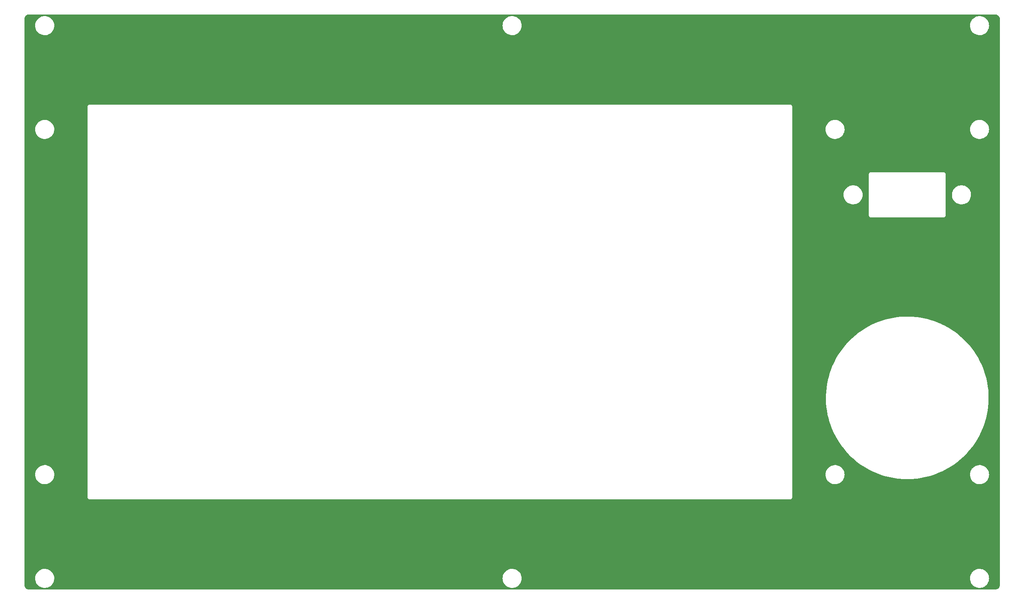
<source format=gbr>
%TF.GenerationSoftware,KiCad,Pcbnew,(5.99.0-9568-gb9d26a55f2)*%
%TF.CreationDate,2021-03-16T11:19:51+01:00*%
%TF.ProjectId,Controller Front,436f6e74-726f-46c6-9c65-722046726f6e,rev?*%
%TF.SameCoordinates,Original*%
%TF.FileFunction,Copper,L1,Top*%
%TF.FilePolarity,Positive*%
%FSLAX46Y46*%
G04 Gerber Fmt 4.6, Leading zero omitted, Abs format (unit mm)*
G04 Created by KiCad (PCBNEW (5.99.0-9568-gb9d26a55f2)) date 2021-03-16 11:19:51*
%MOMM*%
%LPD*%
G01*
G04 APERTURE LIST*
G04 APERTURE END LIST*
%TA.AperFunction,NonConductor*%
G36*
X247998163Y-43508607D02*
G01*
X248174740Y-43525999D01*
X248198957Y-43530815D01*
X248362809Y-43580518D01*
X248385629Y-43589971D01*
X248536631Y-43670683D01*
X248557158Y-43684399D01*
X248689521Y-43793026D01*
X248706974Y-43810479D01*
X248815601Y-43942842D01*
X248829317Y-43963369D01*
X248856190Y-44013644D01*
X248910029Y-44114371D01*
X248919482Y-44137190D01*
X248969185Y-44301043D01*
X248974001Y-44325260D01*
X248985495Y-44441950D01*
X248991393Y-44501837D01*
X248992000Y-44514187D01*
X248992000Y-169985813D01*
X248991393Y-169998163D01*
X248975927Y-170155196D01*
X248974002Y-170174737D01*
X248969185Y-170198957D01*
X248965309Y-170211736D01*
X248919482Y-170362809D01*
X248910029Y-170385629D01*
X248829319Y-170536628D01*
X248815601Y-170557158D01*
X248706974Y-170689521D01*
X248689521Y-170706974D01*
X248557158Y-170815601D01*
X248536631Y-170829317D01*
X248444417Y-170878607D01*
X248385629Y-170910029D01*
X248362810Y-170919482D01*
X248198957Y-170969185D01*
X248174740Y-170974001D01*
X247998163Y-170991393D01*
X247985813Y-170992000D01*
X34014187Y-170992000D01*
X34001837Y-170991393D01*
X33825260Y-170974001D01*
X33801043Y-170969185D01*
X33637190Y-170919482D01*
X33614371Y-170910029D01*
X33555583Y-170878607D01*
X33463369Y-170829317D01*
X33442842Y-170815601D01*
X33310479Y-170706974D01*
X33293026Y-170689521D01*
X33184399Y-170557158D01*
X33170681Y-170536628D01*
X33089971Y-170385629D01*
X33080518Y-170362809D01*
X33034691Y-170211736D01*
X33030815Y-170198957D01*
X33025998Y-170174737D01*
X33024074Y-170155196D01*
X33008607Y-169998163D01*
X33008000Y-169985813D01*
X33008000Y-168477873D01*
X35387116Y-168477873D01*
X35394235Y-168601331D01*
X35403662Y-168764829D01*
X35458999Y-169046885D01*
X35460386Y-169050936D01*
X35460387Y-169050940D01*
X35550714Y-169314765D01*
X35550718Y-169314774D01*
X35552103Y-169318820D01*
X35681252Y-169575605D01*
X35683678Y-169579134D01*
X35683681Y-169579140D01*
X35841625Y-169808948D01*
X35844056Y-169812485D01*
X36037501Y-170025079D01*
X36123666Y-170097124D01*
X36254718Y-170206701D01*
X36254723Y-170206705D01*
X36258010Y-170209453D01*
X36314632Y-170244972D01*
X36497860Y-170359911D01*
X36497864Y-170359913D01*
X36501500Y-170362194D01*
X36568928Y-170392639D01*
X36759555Y-170478711D01*
X36759559Y-170478713D01*
X36763467Y-170480477D01*
X36767587Y-170481697D01*
X36767586Y-170481697D01*
X37034950Y-170560894D01*
X37034954Y-170560895D01*
X37039063Y-170562112D01*
X37043297Y-170562760D01*
X37043302Y-170562761D01*
X37318947Y-170604940D01*
X37318949Y-170604940D01*
X37323189Y-170605589D01*
X37469499Y-170607888D01*
X37606295Y-170610037D01*
X37606301Y-170610037D01*
X37610586Y-170610104D01*
X37895937Y-170575573D01*
X38173961Y-170502635D01*
X38177921Y-170500995D01*
X38177926Y-170500993D01*
X38306737Y-170447637D01*
X38439514Y-170392639D01*
X38687682Y-170247621D01*
X38913873Y-170070265D01*
X38957662Y-170025079D01*
X39110918Y-169866930D01*
X39113901Y-169863852D01*
X39116434Y-169860404D01*
X39116438Y-169860399D01*
X39281527Y-169635657D01*
X39284065Y-169632202D01*
X39316875Y-169571774D01*
X39419166Y-169383377D01*
X39419167Y-169383375D01*
X39421216Y-169379601D01*
X39522816Y-169110724D01*
X39586985Y-168830546D01*
X39597470Y-168713075D01*
X39612317Y-168546716D01*
X39612537Y-168544251D01*
X39613000Y-168500000D01*
X39611492Y-168477873D01*
X138887116Y-168477873D01*
X138894235Y-168601331D01*
X138903662Y-168764829D01*
X138958999Y-169046885D01*
X138960386Y-169050936D01*
X138960387Y-169050940D01*
X139050714Y-169314765D01*
X139050718Y-169314774D01*
X139052103Y-169318820D01*
X139181252Y-169575605D01*
X139183678Y-169579134D01*
X139183681Y-169579140D01*
X139341625Y-169808948D01*
X139344056Y-169812485D01*
X139537501Y-170025079D01*
X139623666Y-170097124D01*
X139754718Y-170206701D01*
X139754723Y-170206705D01*
X139758010Y-170209453D01*
X139814632Y-170244972D01*
X139997860Y-170359911D01*
X139997864Y-170359913D01*
X140001500Y-170362194D01*
X140068928Y-170392639D01*
X140259555Y-170478711D01*
X140259559Y-170478713D01*
X140263467Y-170480477D01*
X140267587Y-170481697D01*
X140267586Y-170481697D01*
X140534950Y-170560894D01*
X140534954Y-170560895D01*
X140539063Y-170562112D01*
X140543297Y-170562760D01*
X140543302Y-170562761D01*
X140818947Y-170604940D01*
X140818949Y-170604940D01*
X140823189Y-170605589D01*
X140969499Y-170607888D01*
X141106295Y-170610037D01*
X141106301Y-170610037D01*
X141110586Y-170610104D01*
X141395937Y-170575573D01*
X141673961Y-170502635D01*
X141677921Y-170500995D01*
X141677926Y-170500993D01*
X141806738Y-170447637D01*
X141939514Y-170392639D01*
X142187682Y-170247621D01*
X142413873Y-170070265D01*
X142457662Y-170025079D01*
X142610918Y-169866930D01*
X142613901Y-169863852D01*
X142616434Y-169860404D01*
X142616438Y-169860399D01*
X142781527Y-169635657D01*
X142784065Y-169632202D01*
X142816875Y-169571774D01*
X142919166Y-169383377D01*
X142919167Y-169383375D01*
X142921216Y-169379601D01*
X143022816Y-169110724D01*
X143086985Y-168830546D01*
X143097470Y-168713075D01*
X143112317Y-168546716D01*
X143112537Y-168544251D01*
X143113000Y-168500000D01*
X143111492Y-168477873D01*
X242387116Y-168477873D01*
X242394235Y-168601331D01*
X242403662Y-168764829D01*
X242458999Y-169046885D01*
X242460386Y-169050936D01*
X242460387Y-169050940D01*
X242550714Y-169314765D01*
X242550718Y-169314774D01*
X242552103Y-169318820D01*
X242681252Y-169575605D01*
X242683678Y-169579134D01*
X242683681Y-169579140D01*
X242841625Y-169808948D01*
X242844056Y-169812485D01*
X243037501Y-170025079D01*
X243123666Y-170097124D01*
X243254718Y-170206701D01*
X243254723Y-170206705D01*
X243258010Y-170209453D01*
X243314632Y-170244972D01*
X243497860Y-170359911D01*
X243497864Y-170359913D01*
X243501500Y-170362194D01*
X243568928Y-170392639D01*
X243759555Y-170478711D01*
X243759559Y-170478713D01*
X243763467Y-170480477D01*
X243767587Y-170481697D01*
X243767586Y-170481697D01*
X244034950Y-170560894D01*
X244034954Y-170560895D01*
X244039063Y-170562112D01*
X244043297Y-170562760D01*
X244043302Y-170562761D01*
X244318947Y-170604940D01*
X244318949Y-170604940D01*
X244323189Y-170605589D01*
X244469499Y-170607888D01*
X244606295Y-170610037D01*
X244606301Y-170610037D01*
X244610586Y-170610104D01*
X244895937Y-170575573D01*
X245173961Y-170502635D01*
X245177921Y-170500995D01*
X245177926Y-170500993D01*
X245306738Y-170447637D01*
X245439514Y-170392639D01*
X245687682Y-170247621D01*
X245913873Y-170070265D01*
X245957662Y-170025079D01*
X246110918Y-169866930D01*
X246113901Y-169863852D01*
X246116434Y-169860404D01*
X246116438Y-169860399D01*
X246281527Y-169635657D01*
X246284065Y-169632202D01*
X246316875Y-169571774D01*
X246419166Y-169383377D01*
X246419167Y-169383375D01*
X246421216Y-169379601D01*
X246522816Y-169110724D01*
X246586985Y-168830546D01*
X246597470Y-168713075D01*
X246612317Y-168546716D01*
X246612537Y-168544251D01*
X246613000Y-168500000D01*
X246611492Y-168477873D01*
X246593742Y-168217510D01*
X246593741Y-168217504D01*
X246593450Y-168213233D01*
X246535163Y-167931772D01*
X246439216Y-167660827D01*
X246381505Y-167549014D01*
X246309350Y-167409216D01*
X246309350Y-167409215D01*
X246307385Y-167405409D01*
X246142109Y-167170246D01*
X245946448Y-166959689D01*
X245724021Y-166777635D01*
X245673659Y-166746773D01*
X245482595Y-166629688D01*
X245482587Y-166629684D01*
X245478945Y-166627452D01*
X245475028Y-166625733D01*
X245475025Y-166625731D01*
X245359089Y-166574839D01*
X245215753Y-166511919D01*
X245211625Y-166510743D01*
X245211622Y-166510742D01*
X244943445Y-166434350D01*
X244943446Y-166434350D01*
X244939317Y-166433174D01*
X244727073Y-166402968D01*
X244659004Y-166393280D01*
X244659002Y-166393280D01*
X244654752Y-166392675D01*
X244503235Y-166391882D01*
X244371610Y-166391192D01*
X244371604Y-166391192D01*
X244367324Y-166391170D01*
X244363080Y-166391729D01*
X244363076Y-166391729D01*
X244238051Y-166408189D01*
X244082350Y-166428687D01*
X244078210Y-166429820D01*
X244078208Y-166429820D01*
X243809250Y-166503399D01*
X243805105Y-166504533D01*
X243540718Y-166617303D01*
X243391841Y-166706404D01*
X243297764Y-166762708D01*
X243297760Y-166762711D01*
X243294082Y-166764912D01*
X243069761Y-166944627D01*
X242871906Y-167153123D01*
X242704177Y-167386542D01*
X242569678Y-167640565D01*
X242470899Y-167910492D01*
X242469986Y-167914678D01*
X242469986Y-167914679D01*
X242410581Y-168187137D01*
X242410580Y-168187145D01*
X242409668Y-168191327D01*
X242387116Y-168477873D01*
X143111492Y-168477873D01*
X143093742Y-168217510D01*
X143093741Y-168217504D01*
X143093450Y-168213233D01*
X143035163Y-167931772D01*
X142939216Y-167660827D01*
X142881505Y-167549014D01*
X142809350Y-167409216D01*
X142809350Y-167409215D01*
X142807385Y-167405409D01*
X142642109Y-167170246D01*
X142446448Y-166959689D01*
X142224021Y-166777635D01*
X142173659Y-166746773D01*
X141982595Y-166629688D01*
X141982587Y-166629684D01*
X141978945Y-166627452D01*
X141975028Y-166625733D01*
X141975025Y-166625731D01*
X141859089Y-166574839D01*
X141715753Y-166511919D01*
X141711625Y-166510743D01*
X141711622Y-166510742D01*
X141443445Y-166434350D01*
X141443446Y-166434350D01*
X141439317Y-166433174D01*
X141227073Y-166402968D01*
X141159004Y-166393280D01*
X141159002Y-166393280D01*
X141154752Y-166392675D01*
X141003235Y-166391882D01*
X140871610Y-166391192D01*
X140871604Y-166391192D01*
X140867324Y-166391170D01*
X140863080Y-166391729D01*
X140863076Y-166391729D01*
X140738051Y-166408189D01*
X140582350Y-166428687D01*
X140578210Y-166429820D01*
X140578208Y-166429820D01*
X140309250Y-166503399D01*
X140305105Y-166504533D01*
X140040718Y-166617303D01*
X139891841Y-166706404D01*
X139797764Y-166762708D01*
X139797760Y-166762711D01*
X139794082Y-166764912D01*
X139569761Y-166944627D01*
X139371906Y-167153123D01*
X139204177Y-167386542D01*
X139069678Y-167640565D01*
X138970899Y-167910492D01*
X138969986Y-167914678D01*
X138969986Y-167914679D01*
X138910581Y-168187137D01*
X138910580Y-168187145D01*
X138909668Y-168191327D01*
X138887116Y-168477873D01*
X39611492Y-168477873D01*
X39593742Y-168217510D01*
X39593741Y-168217504D01*
X39593450Y-168213233D01*
X39535163Y-167931772D01*
X39439216Y-167660827D01*
X39381505Y-167549014D01*
X39309350Y-167409216D01*
X39309350Y-167409215D01*
X39307385Y-167405409D01*
X39142109Y-167170246D01*
X38946448Y-166959689D01*
X38724021Y-166777635D01*
X38673659Y-166746773D01*
X38482595Y-166629688D01*
X38482587Y-166629684D01*
X38478945Y-166627452D01*
X38475028Y-166625733D01*
X38475025Y-166625731D01*
X38359089Y-166574839D01*
X38215753Y-166511919D01*
X38211625Y-166510743D01*
X38211622Y-166510742D01*
X37943445Y-166434350D01*
X37943446Y-166434350D01*
X37939317Y-166433174D01*
X37727073Y-166402968D01*
X37659004Y-166393280D01*
X37659002Y-166393280D01*
X37654752Y-166392675D01*
X37503235Y-166391882D01*
X37371610Y-166391192D01*
X37371604Y-166391192D01*
X37367324Y-166391170D01*
X37363080Y-166391729D01*
X37363076Y-166391729D01*
X37238051Y-166408189D01*
X37082350Y-166428687D01*
X37078210Y-166429820D01*
X37078208Y-166429820D01*
X36809250Y-166503399D01*
X36805105Y-166504533D01*
X36540718Y-166617303D01*
X36391841Y-166706404D01*
X36297764Y-166762708D01*
X36297760Y-166762711D01*
X36294082Y-166764912D01*
X36069761Y-166944627D01*
X35871906Y-167153123D01*
X35704177Y-167386542D01*
X35569678Y-167640565D01*
X35470899Y-167910492D01*
X35469986Y-167914678D01*
X35469986Y-167914679D01*
X35410581Y-168187137D01*
X35410580Y-168187145D01*
X35409668Y-168191327D01*
X35387116Y-168477873D01*
X33008000Y-168477873D01*
X33008000Y-145477873D01*
X35387116Y-145477873D01*
X35394235Y-145601331D01*
X35403662Y-145764829D01*
X35458999Y-146046885D01*
X35460386Y-146050936D01*
X35460387Y-146050940D01*
X35550714Y-146314765D01*
X35550718Y-146314774D01*
X35552103Y-146318820D01*
X35681252Y-146575605D01*
X35683678Y-146579134D01*
X35683681Y-146579140D01*
X35841625Y-146808948D01*
X35844056Y-146812485D01*
X36037501Y-147025079D01*
X36123666Y-147097124D01*
X36254718Y-147206701D01*
X36254723Y-147206705D01*
X36258010Y-147209453D01*
X36314632Y-147244972D01*
X36497860Y-147359911D01*
X36497864Y-147359913D01*
X36501500Y-147362194D01*
X36568928Y-147392639D01*
X36759555Y-147478711D01*
X36759559Y-147478713D01*
X36763467Y-147480477D01*
X36767587Y-147481697D01*
X36767586Y-147481697D01*
X37034950Y-147560894D01*
X37034954Y-147560895D01*
X37039063Y-147562112D01*
X37043297Y-147562760D01*
X37043302Y-147562761D01*
X37318947Y-147604940D01*
X37318949Y-147604940D01*
X37323189Y-147605589D01*
X37469499Y-147607888D01*
X37606295Y-147610037D01*
X37606301Y-147610037D01*
X37610586Y-147610104D01*
X37895937Y-147575573D01*
X38173961Y-147502635D01*
X38177921Y-147500995D01*
X38177926Y-147500993D01*
X38306738Y-147447637D01*
X38439514Y-147392639D01*
X38687682Y-147247621D01*
X38913873Y-147070265D01*
X38957662Y-147025079D01*
X39110918Y-146866930D01*
X39113901Y-146863852D01*
X39116434Y-146860404D01*
X39116438Y-146860399D01*
X39281527Y-146635657D01*
X39284065Y-146632202D01*
X39316875Y-146571774D01*
X39419166Y-146383377D01*
X39419167Y-146383375D01*
X39421216Y-146379601D01*
X39522816Y-146110724D01*
X39586985Y-145830546D01*
X39589911Y-145797770D01*
X39612317Y-145546716D01*
X39612537Y-145544251D01*
X39613000Y-145500000D01*
X39612831Y-145497519D01*
X39593742Y-145217510D01*
X39593741Y-145217504D01*
X39593450Y-145213233D01*
X39535163Y-144931772D01*
X39439216Y-144660827D01*
X39381498Y-144549001D01*
X39309350Y-144409216D01*
X39309350Y-144409215D01*
X39307385Y-144405409D01*
X39235700Y-144303411D01*
X39144576Y-144173756D01*
X39144575Y-144173755D01*
X39142109Y-144170246D01*
X38946448Y-143959689D01*
X38724021Y-143777635D01*
X38611822Y-143708879D01*
X38482595Y-143629688D01*
X38482587Y-143629684D01*
X38478945Y-143627452D01*
X38475028Y-143625733D01*
X38475025Y-143625731D01*
X38359089Y-143574839D01*
X38215753Y-143511919D01*
X38211625Y-143510743D01*
X38211622Y-143510742D01*
X37943445Y-143434350D01*
X37943446Y-143434350D01*
X37939317Y-143433174D01*
X37727073Y-143402968D01*
X37659004Y-143393280D01*
X37659002Y-143393280D01*
X37654752Y-143392675D01*
X37503235Y-143391882D01*
X37371610Y-143391192D01*
X37371604Y-143391192D01*
X37367324Y-143391170D01*
X37363080Y-143391729D01*
X37363076Y-143391729D01*
X37238051Y-143408189D01*
X37082350Y-143428687D01*
X37078210Y-143429820D01*
X37078208Y-143429820D01*
X36809250Y-143503399D01*
X36805105Y-143504533D01*
X36540718Y-143617303D01*
X36391841Y-143706404D01*
X36297764Y-143762708D01*
X36297760Y-143762711D01*
X36294082Y-143764912D01*
X36069761Y-143944627D01*
X36055468Y-143959689D01*
X35878774Y-144145886D01*
X35871906Y-144153123D01*
X35704177Y-144386542D01*
X35569678Y-144640565D01*
X35470899Y-144910492D01*
X35469986Y-144914678D01*
X35469986Y-144914679D01*
X35410581Y-145187137D01*
X35410580Y-145187145D01*
X35409668Y-145191327D01*
X35387116Y-145477873D01*
X33008000Y-145477873D01*
X33008000Y-68977873D01*
X35387116Y-68977873D01*
X35394235Y-69101331D01*
X35403662Y-69264829D01*
X35458999Y-69546885D01*
X35460386Y-69550936D01*
X35460387Y-69550940D01*
X35550714Y-69814765D01*
X35550718Y-69814774D01*
X35552103Y-69818820D01*
X35681252Y-70075605D01*
X35683678Y-70079134D01*
X35683681Y-70079140D01*
X35841625Y-70308948D01*
X35844056Y-70312485D01*
X36037501Y-70525079D01*
X36123666Y-70597124D01*
X36254718Y-70706701D01*
X36254723Y-70706705D01*
X36258010Y-70709453D01*
X36314632Y-70744972D01*
X36497860Y-70859911D01*
X36497864Y-70859913D01*
X36501500Y-70862194D01*
X36568928Y-70892639D01*
X36759555Y-70978711D01*
X36759559Y-70978713D01*
X36763467Y-70980477D01*
X36767587Y-70981697D01*
X36767586Y-70981697D01*
X37034950Y-71060894D01*
X37034954Y-71060895D01*
X37039063Y-71062112D01*
X37043297Y-71062760D01*
X37043302Y-71062761D01*
X37318947Y-71104940D01*
X37318949Y-71104940D01*
X37323189Y-71105589D01*
X37469499Y-71107888D01*
X37606295Y-71110037D01*
X37606301Y-71110037D01*
X37610586Y-71110104D01*
X37895937Y-71075573D01*
X38173961Y-71002635D01*
X38177921Y-71000995D01*
X38177926Y-71000993D01*
X38306737Y-70947637D01*
X38439514Y-70892639D01*
X38687682Y-70747621D01*
X38913873Y-70570265D01*
X38957662Y-70525079D01*
X39110918Y-70366930D01*
X39113901Y-70363852D01*
X39116434Y-70360404D01*
X39116438Y-70360399D01*
X39281527Y-70135657D01*
X39284065Y-70132202D01*
X39316875Y-70071774D01*
X39419166Y-69883377D01*
X39419167Y-69883375D01*
X39421216Y-69879601D01*
X39522816Y-69610724D01*
X39586985Y-69330546D01*
X39597470Y-69213075D01*
X39612317Y-69046716D01*
X39612537Y-69044251D01*
X39613000Y-69000000D01*
X39611492Y-68977873D01*
X39593742Y-68717510D01*
X39593741Y-68717504D01*
X39593450Y-68713233D01*
X39535163Y-68431772D01*
X39439216Y-68160827D01*
X39381505Y-68049014D01*
X39309350Y-67909216D01*
X39309350Y-67909215D01*
X39307385Y-67905409D01*
X39142109Y-67670246D01*
X38946448Y-67459689D01*
X38724021Y-67277635D01*
X38673659Y-67246773D01*
X38482595Y-67129688D01*
X38482587Y-67129684D01*
X38478945Y-67127452D01*
X38475028Y-67125733D01*
X38475025Y-67125731D01*
X38359089Y-67074839D01*
X38215753Y-67011919D01*
X38211625Y-67010743D01*
X38211622Y-67010742D01*
X37943445Y-66934350D01*
X37943446Y-66934350D01*
X37939317Y-66933174D01*
X37727073Y-66902968D01*
X37659004Y-66893280D01*
X37659002Y-66893280D01*
X37654752Y-66892675D01*
X37503235Y-66891882D01*
X37371610Y-66891192D01*
X37371604Y-66891192D01*
X37367324Y-66891170D01*
X37363080Y-66891729D01*
X37363076Y-66891729D01*
X37238051Y-66908189D01*
X37082350Y-66928687D01*
X37078210Y-66929820D01*
X37078208Y-66929820D01*
X36809250Y-67003399D01*
X36805105Y-67004533D01*
X36540718Y-67117303D01*
X36391841Y-67206404D01*
X36297764Y-67262708D01*
X36297760Y-67262711D01*
X36294082Y-67264912D01*
X36069761Y-67444627D01*
X35871906Y-67653123D01*
X35704177Y-67886542D01*
X35569678Y-68140565D01*
X35470899Y-68410492D01*
X35469986Y-68414678D01*
X35469986Y-68414679D01*
X35410581Y-68687137D01*
X35410580Y-68687145D01*
X35409668Y-68691327D01*
X35387116Y-68977873D01*
X33008000Y-68977873D01*
X33008000Y-64069622D01*
X46991746Y-64069622D01*
X46991984Y-64070454D01*
X46992000Y-64070692D01*
X46992000Y-150527622D01*
X46991998Y-150528392D01*
X46991746Y-150569622D01*
X46994212Y-150578250D01*
X46994212Y-150578251D01*
X46999859Y-150598013D01*
X47003436Y-150614770D01*
X47004303Y-150620820D01*
X47007620Y-150643982D01*
X47011335Y-150652152D01*
X47011336Y-150652156D01*
X47018224Y-150667305D01*
X47024673Y-150684833D01*
X47029248Y-150700842D01*
X47029251Y-150700849D01*
X47031716Y-150709474D01*
X47047472Y-150734445D01*
X47055605Y-150749519D01*
X47067822Y-150776389D01*
X47084550Y-150795803D01*
X47095654Y-150810810D01*
X47109331Y-150832486D01*
X47121344Y-150843095D01*
X47131453Y-150852023D01*
X47143500Y-150864219D01*
X47156905Y-150879777D01*
X47156909Y-150879780D01*
X47162766Y-150886578D01*
X47170295Y-150891458D01*
X47170296Y-150891459D01*
X47184271Y-150900517D01*
X47199145Y-150911807D01*
X47218351Y-150928769D01*
X47245077Y-150941317D01*
X47260048Y-150949633D01*
X47284821Y-150965690D01*
X47293425Y-150968263D01*
X47293427Y-150968264D01*
X47309377Y-150973034D01*
X47326822Y-150979696D01*
X47341887Y-150986769D01*
X47341889Y-150986769D01*
X47350013Y-150990584D01*
X47358877Y-150991964D01*
X47358886Y-150991967D01*
X47379180Y-150995127D01*
X47395891Y-150998908D01*
X47415572Y-151004793D01*
X47415575Y-151004793D01*
X47424174Y-151007365D01*
X47433146Y-151007420D01*
X47433147Y-151007420D01*
X47456998Y-151007566D01*
X47459838Y-151007684D01*
X47461865Y-151008000D01*
X47527622Y-151008000D01*
X47528392Y-151008002D01*
X47569622Y-151008254D01*
X47570454Y-151008016D01*
X47570692Y-151008000D01*
X202527622Y-151008000D01*
X202528392Y-151008002D01*
X202569622Y-151008254D01*
X202578251Y-151005788D01*
X202598013Y-151000141D01*
X202614770Y-150996564D01*
X202635097Y-150993653D01*
X202635100Y-150993652D01*
X202643982Y-150992380D01*
X202652152Y-150988665D01*
X202652156Y-150988664D01*
X202667305Y-150981776D01*
X202684833Y-150975327D01*
X202700842Y-150970752D01*
X202700849Y-150970749D01*
X202709474Y-150968284D01*
X202734445Y-150952528D01*
X202749519Y-150944395D01*
X202776389Y-150932178D01*
X202795803Y-150915450D01*
X202810810Y-150904346D01*
X202832486Y-150890669D01*
X202852026Y-150868544D01*
X202864219Y-150856500D01*
X202879777Y-150843095D01*
X202879780Y-150843091D01*
X202886578Y-150837234D01*
X202900517Y-150815729D01*
X202911807Y-150800855D01*
X202922826Y-150788378D01*
X202928769Y-150781649D01*
X202941317Y-150754923D01*
X202949633Y-150739952D01*
X202965690Y-150715179D01*
X202968264Y-150706573D01*
X202973034Y-150690623D01*
X202979696Y-150673178D01*
X202986769Y-150658113D01*
X202986769Y-150658111D01*
X202990584Y-150649987D01*
X202991964Y-150641123D01*
X202991967Y-150641114D01*
X202995127Y-150620820D01*
X202998908Y-150604109D01*
X203004793Y-150584428D01*
X203004793Y-150584425D01*
X203007365Y-150575826D01*
X203007566Y-150543002D01*
X203007684Y-150540162D01*
X203008000Y-150538135D01*
X203008000Y-150472378D01*
X203008002Y-150471608D01*
X203008239Y-150432817D01*
X203008254Y-150430378D01*
X203008016Y-150429546D01*
X203008000Y-150429308D01*
X203008000Y-145477873D01*
X210387116Y-145477873D01*
X210394235Y-145601331D01*
X210403662Y-145764829D01*
X210458999Y-146046885D01*
X210460386Y-146050936D01*
X210460387Y-146050940D01*
X210550714Y-146314765D01*
X210550718Y-146314774D01*
X210552103Y-146318820D01*
X210681252Y-146575605D01*
X210683678Y-146579134D01*
X210683681Y-146579140D01*
X210841625Y-146808948D01*
X210844056Y-146812485D01*
X211037501Y-147025079D01*
X211123666Y-147097124D01*
X211254718Y-147206701D01*
X211254723Y-147206705D01*
X211258010Y-147209453D01*
X211314632Y-147244972D01*
X211497860Y-147359911D01*
X211497864Y-147359913D01*
X211501500Y-147362194D01*
X211568928Y-147392639D01*
X211759555Y-147478711D01*
X211759559Y-147478713D01*
X211763467Y-147480477D01*
X211767587Y-147481697D01*
X211767586Y-147481697D01*
X212034950Y-147560894D01*
X212034954Y-147560895D01*
X212039063Y-147562112D01*
X212043297Y-147562760D01*
X212043302Y-147562761D01*
X212318947Y-147604940D01*
X212318949Y-147604940D01*
X212323189Y-147605589D01*
X212469499Y-147607888D01*
X212606295Y-147610037D01*
X212606301Y-147610037D01*
X212610586Y-147610104D01*
X212895937Y-147575573D01*
X213173961Y-147502635D01*
X213177921Y-147500995D01*
X213177926Y-147500993D01*
X213306738Y-147447637D01*
X213439514Y-147392639D01*
X213687682Y-147247621D01*
X213913873Y-147070265D01*
X213957662Y-147025079D01*
X214110918Y-146866930D01*
X214113901Y-146863852D01*
X214116434Y-146860404D01*
X214116438Y-146860399D01*
X214281527Y-146635657D01*
X214284065Y-146632202D01*
X214316875Y-146571774D01*
X214419166Y-146383377D01*
X214419167Y-146383375D01*
X214421216Y-146379601D01*
X214522816Y-146110724D01*
X214586985Y-145830546D01*
X214589911Y-145797770D01*
X214612317Y-145546716D01*
X214612537Y-145544251D01*
X214613000Y-145500000D01*
X214612831Y-145497519D01*
X214593742Y-145217510D01*
X214593741Y-145217504D01*
X214593450Y-145213233D01*
X214535163Y-144931772D01*
X214439216Y-144660827D01*
X214381498Y-144549001D01*
X214309350Y-144409216D01*
X214309350Y-144409215D01*
X214307385Y-144405409D01*
X214235700Y-144303411D01*
X214144576Y-144173756D01*
X214144575Y-144173755D01*
X214142109Y-144170246D01*
X213946448Y-143959689D01*
X213724021Y-143777635D01*
X213611822Y-143708879D01*
X213482595Y-143629688D01*
X213482587Y-143629684D01*
X213478945Y-143627452D01*
X213475028Y-143625733D01*
X213475025Y-143625731D01*
X213359089Y-143574839D01*
X213215753Y-143511919D01*
X213211625Y-143510743D01*
X213211622Y-143510742D01*
X212943445Y-143434350D01*
X212943446Y-143434350D01*
X212939317Y-143433174D01*
X212727073Y-143402968D01*
X212659004Y-143393280D01*
X212659002Y-143393280D01*
X212654752Y-143392675D01*
X212503235Y-143391882D01*
X212371610Y-143391192D01*
X212371604Y-143391192D01*
X212367324Y-143391170D01*
X212363080Y-143391729D01*
X212363076Y-143391729D01*
X212238051Y-143408189D01*
X212082350Y-143428687D01*
X212078210Y-143429820D01*
X212078208Y-143429820D01*
X211809250Y-143503399D01*
X211805105Y-143504533D01*
X211540718Y-143617303D01*
X211391841Y-143706404D01*
X211297764Y-143762708D01*
X211297760Y-143762711D01*
X211294082Y-143764912D01*
X211069761Y-143944627D01*
X211055468Y-143959689D01*
X210878774Y-144145886D01*
X210871906Y-144153123D01*
X210704177Y-144386542D01*
X210569678Y-144640565D01*
X210470899Y-144910492D01*
X210469986Y-144914678D01*
X210469986Y-144914679D01*
X210410581Y-145187137D01*
X210410580Y-145187145D01*
X210409668Y-145191327D01*
X210387116Y-145477873D01*
X203008000Y-145477873D01*
X203008000Y-128782936D01*
X210489222Y-128782936D01*
X210522545Y-129631046D01*
X210595781Y-130476644D01*
X210708770Y-131317854D01*
X210861260Y-132152808D01*
X211052912Y-132979651D01*
X211283300Y-133796548D01*
X211551915Y-134601686D01*
X211858158Y-135393277D01*
X212201350Y-136169562D01*
X212580730Y-136928820D01*
X212995454Y-137669363D01*
X213444602Y-138389548D01*
X213927177Y-139087776D01*
X213928068Y-139088944D01*
X213928080Y-139088960D01*
X214441215Y-139761328D01*
X214441228Y-139761344D01*
X214442107Y-139762496D01*
X214988249Y-140412211D01*
X215564391Y-141035477D01*
X215565438Y-141036508D01*
X215565448Y-141036518D01*
X216168200Y-141629876D01*
X216168213Y-141629888D01*
X216169253Y-141630912D01*
X216801492Y-142197193D01*
X217459705Y-142733062D01*
X218142430Y-143237331D01*
X218848152Y-143708879D01*
X218849446Y-143709658D01*
X219574018Y-144145886D01*
X219574038Y-144145897D01*
X219575303Y-144146659D01*
X219576612Y-144147365D01*
X219576615Y-144147367D01*
X220320971Y-144549001D01*
X220320983Y-144549007D01*
X220322269Y-144549701D01*
X220813276Y-144785479D01*
X221086044Y-144916460D01*
X221086054Y-144916465D01*
X221087392Y-144917107D01*
X221868972Y-145248064D01*
X222665276Y-145541836D01*
X223474533Y-145797770D01*
X223475961Y-145798149D01*
X223475976Y-145798153D01*
X224293541Y-146014926D01*
X224293554Y-146014929D01*
X224294949Y-146015299D01*
X225124700Y-146193940D01*
X225961946Y-146333296D01*
X225963415Y-146333470D01*
X225963423Y-146333471D01*
X226385076Y-146383377D01*
X226804827Y-146433058D01*
X227306983Y-146468612D01*
X227649970Y-146492897D01*
X227649985Y-146492898D01*
X227651472Y-146493003D01*
X228500000Y-146513000D01*
X229348528Y-146493003D01*
X229350015Y-146492898D01*
X229350030Y-146492897D01*
X229693017Y-146468612D01*
X230195173Y-146433058D01*
X230614924Y-146383377D01*
X231036577Y-146333471D01*
X231036585Y-146333470D01*
X231038054Y-146333296D01*
X231875300Y-146193940D01*
X232705051Y-146015299D01*
X232706446Y-146014929D01*
X232706459Y-146014926D01*
X233524024Y-145798153D01*
X233524039Y-145798149D01*
X233525467Y-145797770D01*
X234334724Y-145541836D01*
X234508103Y-145477873D01*
X242387116Y-145477873D01*
X242394235Y-145601331D01*
X242403662Y-145764829D01*
X242458999Y-146046885D01*
X242460386Y-146050936D01*
X242460387Y-146050940D01*
X242550714Y-146314765D01*
X242550718Y-146314774D01*
X242552103Y-146318820D01*
X242681252Y-146575605D01*
X242683678Y-146579134D01*
X242683681Y-146579140D01*
X242841625Y-146808948D01*
X242844056Y-146812485D01*
X243037501Y-147025079D01*
X243123666Y-147097124D01*
X243254718Y-147206701D01*
X243254723Y-147206705D01*
X243258010Y-147209453D01*
X243314632Y-147244972D01*
X243497860Y-147359911D01*
X243497864Y-147359913D01*
X243501500Y-147362194D01*
X243568928Y-147392639D01*
X243759555Y-147478711D01*
X243759559Y-147478713D01*
X243763467Y-147480477D01*
X243767587Y-147481697D01*
X243767586Y-147481697D01*
X244034950Y-147560894D01*
X244034954Y-147560895D01*
X244039063Y-147562112D01*
X244043297Y-147562760D01*
X244043302Y-147562761D01*
X244318947Y-147604940D01*
X244318949Y-147604940D01*
X244323189Y-147605589D01*
X244469499Y-147607888D01*
X244606295Y-147610037D01*
X244606301Y-147610037D01*
X244610586Y-147610104D01*
X244895937Y-147575573D01*
X245173961Y-147502635D01*
X245177921Y-147500995D01*
X245177926Y-147500993D01*
X245306738Y-147447637D01*
X245439514Y-147392639D01*
X245687682Y-147247621D01*
X245913873Y-147070265D01*
X245957662Y-147025079D01*
X246110918Y-146866930D01*
X246113901Y-146863852D01*
X246116434Y-146860404D01*
X246116438Y-146860399D01*
X246281527Y-146635657D01*
X246284065Y-146632202D01*
X246316875Y-146571774D01*
X246419166Y-146383377D01*
X246419167Y-146383375D01*
X246421216Y-146379601D01*
X246522816Y-146110724D01*
X246586985Y-145830546D01*
X246589911Y-145797770D01*
X246612317Y-145546716D01*
X246612537Y-145544251D01*
X246613000Y-145500000D01*
X246612831Y-145497519D01*
X246593742Y-145217510D01*
X246593741Y-145217504D01*
X246593450Y-145213233D01*
X246535163Y-144931772D01*
X246439216Y-144660827D01*
X246381498Y-144549001D01*
X246309350Y-144409216D01*
X246309350Y-144409215D01*
X246307385Y-144405409D01*
X246235700Y-144303411D01*
X246144576Y-144173756D01*
X246144575Y-144173755D01*
X246142109Y-144170246D01*
X245946448Y-143959689D01*
X245724021Y-143777635D01*
X245611822Y-143708879D01*
X245482595Y-143629688D01*
X245482587Y-143629684D01*
X245478945Y-143627452D01*
X245475028Y-143625733D01*
X245475025Y-143625731D01*
X245359089Y-143574839D01*
X245215753Y-143511919D01*
X245211625Y-143510743D01*
X245211622Y-143510742D01*
X244943445Y-143434350D01*
X244943446Y-143434350D01*
X244939317Y-143433174D01*
X244727073Y-143402968D01*
X244659004Y-143393280D01*
X244659002Y-143393280D01*
X244654752Y-143392675D01*
X244503235Y-143391882D01*
X244371610Y-143391192D01*
X244371604Y-143391192D01*
X244367324Y-143391170D01*
X244363080Y-143391729D01*
X244363076Y-143391729D01*
X244238051Y-143408189D01*
X244082350Y-143428687D01*
X244078210Y-143429820D01*
X244078208Y-143429820D01*
X243809250Y-143503399D01*
X243805105Y-143504533D01*
X243540718Y-143617303D01*
X243391841Y-143706404D01*
X243297764Y-143762708D01*
X243297760Y-143762711D01*
X243294082Y-143764912D01*
X243069761Y-143944627D01*
X243055468Y-143959689D01*
X242878774Y-144145886D01*
X242871906Y-144153123D01*
X242704177Y-144386542D01*
X242569678Y-144640565D01*
X242470899Y-144910492D01*
X242469986Y-144914678D01*
X242469986Y-144914679D01*
X242410581Y-145187137D01*
X242410580Y-145187145D01*
X242409668Y-145191327D01*
X242387116Y-145477873D01*
X234508103Y-145477873D01*
X235131028Y-145248064D01*
X235912608Y-144917107D01*
X235913946Y-144916465D01*
X235913956Y-144916460D01*
X236186724Y-144785479D01*
X236677731Y-144549701D01*
X236679017Y-144549007D01*
X236679029Y-144549001D01*
X237423385Y-144147367D01*
X237423388Y-144147365D01*
X237424697Y-144146659D01*
X237425962Y-144145897D01*
X237425982Y-144145886D01*
X238150554Y-143709658D01*
X238151848Y-143708879D01*
X238857570Y-143237331D01*
X239540295Y-142733062D01*
X240198508Y-142197193D01*
X240830747Y-141630912D01*
X240831787Y-141629888D01*
X240831800Y-141629876D01*
X241434552Y-141036518D01*
X241434562Y-141036508D01*
X241435609Y-141035477D01*
X242011751Y-140412211D01*
X242557893Y-139762496D01*
X242558772Y-139761344D01*
X242558785Y-139761328D01*
X243071920Y-139088960D01*
X243071932Y-139088944D01*
X243072823Y-139087776D01*
X243555398Y-138389548D01*
X244004546Y-137669363D01*
X244419270Y-136928820D01*
X244798650Y-136169562D01*
X245141842Y-135393277D01*
X245448085Y-134601686D01*
X245716700Y-133796548D01*
X245947088Y-132979651D01*
X246138740Y-132152808D01*
X246291230Y-131317854D01*
X246404219Y-130476644D01*
X246477455Y-129631046D01*
X246510778Y-128782936D01*
X246510904Y-128766977D01*
X246512992Y-128500987D01*
X246513000Y-128500000D01*
X246493003Y-127651472D01*
X246433058Y-126804827D01*
X246333296Y-125961946D01*
X246193940Y-125124700D01*
X246015299Y-124294949D01*
X245872927Y-123757988D01*
X245798153Y-123475976D01*
X245798149Y-123475961D01*
X245797770Y-123474533D01*
X245541836Y-122665276D01*
X245248064Y-121868972D01*
X244917107Y-121087392D01*
X244549701Y-120322269D01*
X244146659Y-119575303D01*
X244145897Y-119574038D01*
X244145886Y-119574018D01*
X243709658Y-118849446D01*
X243708879Y-118848152D01*
X243237331Y-118142430D01*
X242733062Y-117459705D01*
X242197193Y-116801492D01*
X241630912Y-116169253D01*
X241629888Y-116168213D01*
X241629876Y-116168200D01*
X241036518Y-115565448D01*
X241036508Y-115565438D01*
X241035477Y-115564391D01*
X240412211Y-114988249D01*
X239762496Y-114442107D01*
X239761344Y-114441228D01*
X239761328Y-114441215D01*
X239088960Y-113928080D01*
X239088944Y-113928068D01*
X239087776Y-113927177D01*
X238389548Y-113444602D01*
X237669363Y-112995454D01*
X237668079Y-112994735D01*
X237668069Y-112994729D01*
X237167510Y-112714403D01*
X236928820Y-112580730D01*
X236169562Y-112201350D01*
X236168237Y-112200764D01*
X236168228Y-112200760D01*
X235885092Y-112075587D01*
X235393277Y-111858158D01*
X235391896Y-111857624D01*
X235391887Y-111857620D01*
X234603067Y-111552449D01*
X234603057Y-111552445D01*
X234601686Y-111551915D01*
X234053725Y-111369101D01*
X233797945Y-111283766D01*
X233797942Y-111283765D01*
X233796548Y-111283300D01*
X233235498Y-111125068D01*
X232981088Y-111053317D01*
X232981077Y-111053314D01*
X232979651Y-111052912D01*
X232152808Y-110861260D01*
X232151365Y-110860997D01*
X232151358Y-110860995D01*
X231319310Y-110709036D01*
X231317854Y-110708770D01*
X230725890Y-110629259D01*
X230478098Y-110595976D01*
X230478086Y-110595975D01*
X230476644Y-110595781D01*
X229631046Y-110522545D01*
X229629573Y-110522487D01*
X229629571Y-110522487D01*
X229368838Y-110512243D01*
X228782936Y-110489222D01*
X228523550Y-110491259D01*
X227935676Y-110495876D01*
X227935659Y-110495877D01*
X227934198Y-110495888D01*
X227173731Y-110537739D01*
X227088169Y-110542448D01*
X227088167Y-110542448D01*
X227086716Y-110542528D01*
X226242372Y-110629038D01*
X225803742Y-110694983D01*
X225404475Y-110755010D01*
X225404458Y-110755013D01*
X225403041Y-110755226D01*
X225401629Y-110755507D01*
X225401611Y-110755510D01*
X224572043Y-110920521D01*
X224572036Y-110920523D01*
X224570586Y-110920811D01*
X223746855Y-111125427D01*
X222933677Y-111368619D01*
X222132858Y-111649847D01*
X222131489Y-111650401D01*
X222131485Y-111650403D01*
X221347557Y-111967926D01*
X221347549Y-111967930D01*
X221346175Y-111968486D01*
X221344828Y-111969107D01*
X221344821Y-111969110D01*
X220576705Y-112323216D01*
X220576694Y-112323221D01*
X220575376Y-112323829D01*
X219822171Y-112715088D01*
X219820887Y-112715834D01*
X219820883Y-112715836D01*
X219089496Y-113140659D01*
X219089484Y-113140667D01*
X219088233Y-113141393D01*
X219087029Y-113142171D01*
X219087015Y-113142179D01*
X218618645Y-113444602D01*
X218375192Y-113601798D01*
X218373993Y-113602655D01*
X218373978Y-113602665D01*
X218370130Y-113605415D01*
X217684630Y-114095280D01*
X217018082Y-114620745D01*
X217016989Y-114621694D01*
X217016969Y-114621710D01*
X216870122Y-114749138D01*
X216377026Y-115177025D01*
X216375968Y-115178034D01*
X216375954Y-115178047D01*
X216316227Y-115235024D01*
X215762886Y-115762886D01*
X215761892Y-115763928D01*
X215178047Y-116375954D01*
X215178034Y-116375968D01*
X215177025Y-116377026D01*
X215006640Y-116573378D01*
X214621710Y-117016969D01*
X214621694Y-117016989D01*
X214620745Y-117018082D01*
X214095280Y-117684630D01*
X214094432Y-117685817D01*
X213602665Y-118373978D01*
X213602655Y-118373993D01*
X213601798Y-118375192D01*
X213141393Y-119088233D01*
X213140667Y-119089484D01*
X213140659Y-119089496D01*
X212715836Y-119820883D01*
X212715088Y-119822171D01*
X212323829Y-120575376D01*
X212323221Y-120576694D01*
X212323216Y-120576705D01*
X212087150Y-121088772D01*
X211968486Y-121346175D01*
X211967930Y-121347549D01*
X211967926Y-121347557D01*
X211756732Y-121868972D01*
X211649847Y-122132858D01*
X211368619Y-122933677D01*
X211125427Y-123746855D01*
X210920811Y-124570586D01*
X210920523Y-124572036D01*
X210920521Y-124572043D01*
X210810874Y-125123281D01*
X210755226Y-125403041D01*
X210629038Y-126242372D01*
X210542528Y-127086716D01*
X210495888Y-127934198D01*
X210489347Y-128766977D01*
X210489222Y-128782936D01*
X203008000Y-128782936D01*
X203008000Y-83477873D01*
X214387116Y-83477873D01*
X214394235Y-83601331D01*
X214403662Y-83764829D01*
X214458999Y-84046885D01*
X214460386Y-84050936D01*
X214460387Y-84050940D01*
X214550714Y-84314765D01*
X214550718Y-84314774D01*
X214552103Y-84318820D01*
X214681252Y-84575605D01*
X214683678Y-84579134D01*
X214683681Y-84579140D01*
X214841625Y-84808948D01*
X214844056Y-84812485D01*
X215037501Y-85025079D01*
X215123666Y-85097124D01*
X215254718Y-85206701D01*
X215254723Y-85206705D01*
X215258010Y-85209453D01*
X215314632Y-85244972D01*
X215497860Y-85359911D01*
X215497864Y-85359913D01*
X215501500Y-85362194D01*
X215568928Y-85392639D01*
X215759555Y-85478711D01*
X215759559Y-85478713D01*
X215763467Y-85480477D01*
X215767587Y-85481697D01*
X215767586Y-85481697D01*
X216034950Y-85560894D01*
X216034954Y-85560895D01*
X216039063Y-85562112D01*
X216043297Y-85562760D01*
X216043302Y-85562761D01*
X216318947Y-85604940D01*
X216318949Y-85604940D01*
X216323189Y-85605589D01*
X216469499Y-85607888D01*
X216606295Y-85610037D01*
X216606301Y-85610037D01*
X216610586Y-85610104D01*
X216895937Y-85575573D01*
X217173961Y-85502635D01*
X217177921Y-85500995D01*
X217177926Y-85500993D01*
X217306738Y-85447637D01*
X217439514Y-85392639D01*
X217687682Y-85247621D01*
X217913873Y-85070265D01*
X217957662Y-85025079D01*
X218110918Y-84866930D01*
X218113901Y-84863852D01*
X218116434Y-84860404D01*
X218116438Y-84860399D01*
X218281527Y-84635657D01*
X218284065Y-84632202D01*
X218316875Y-84571774D01*
X218419166Y-84383377D01*
X218419167Y-84383375D01*
X218421216Y-84379601D01*
X218522816Y-84110724D01*
X218586985Y-83830546D01*
X218597470Y-83713075D01*
X218612317Y-83546716D01*
X218612537Y-83544251D01*
X218613000Y-83500000D01*
X218611492Y-83477873D01*
X218593742Y-83217510D01*
X218593741Y-83217504D01*
X218593450Y-83213233D01*
X218535163Y-82931772D01*
X218439216Y-82660827D01*
X218381505Y-82549014D01*
X218309350Y-82409216D01*
X218309350Y-82409215D01*
X218307385Y-82405409D01*
X218142109Y-82170246D01*
X217946448Y-81959689D01*
X217724021Y-81777635D01*
X217673659Y-81746773D01*
X217482595Y-81629688D01*
X217482587Y-81629684D01*
X217478945Y-81627452D01*
X217475028Y-81625733D01*
X217475025Y-81625731D01*
X217359089Y-81574839D01*
X217215753Y-81511919D01*
X217211625Y-81510743D01*
X217211622Y-81510742D01*
X216943445Y-81434350D01*
X216943446Y-81434350D01*
X216939317Y-81433174D01*
X216727073Y-81402968D01*
X216659004Y-81393280D01*
X216659002Y-81393280D01*
X216654752Y-81392675D01*
X216503235Y-81391882D01*
X216371610Y-81391192D01*
X216371604Y-81391192D01*
X216367324Y-81391170D01*
X216363080Y-81391729D01*
X216363076Y-81391729D01*
X216238051Y-81408189D01*
X216082350Y-81428687D01*
X216078210Y-81429820D01*
X216078208Y-81429820D01*
X215809250Y-81503399D01*
X215805105Y-81504533D01*
X215540718Y-81617303D01*
X215391841Y-81706404D01*
X215297764Y-81762708D01*
X215297760Y-81762711D01*
X215294082Y-81764912D01*
X215069761Y-81944627D01*
X214871906Y-82153123D01*
X214704177Y-82386542D01*
X214569678Y-82640565D01*
X214470899Y-82910492D01*
X214469986Y-82914678D01*
X214469986Y-82914679D01*
X214410581Y-83187137D01*
X214410580Y-83187145D01*
X214409668Y-83191327D01*
X214387116Y-83477873D01*
X203008000Y-83477873D01*
X203008000Y-79069622D01*
X219991746Y-79069622D01*
X219991984Y-79070454D01*
X219992000Y-79070692D01*
X219992000Y-88027622D01*
X219991998Y-88028392D01*
X219991746Y-88069622D01*
X219994212Y-88078250D01*
X219994212Y-88078251D01*
X219999859Y-88098013D01*
X220003436Y-88114770D01*
X220004303Y-88120820D01*
X220007620Y-88143982D01*
X220011335Y-88152152D01*
X220011336Y-88152156D01*
X220018224Y-88167305D01*
X220024673Y-88184833D01*
X220029248Y-88200842D01*
X220029251Y-88200849D01*
X220031716Y-88209474D01*
X220047472Y-88234445D01*
X220055605Y-88249519D01*
X220067822Y-88276389D01*
X220084550Y-88295803D01*
X220095654Y-88310810D01*
X220109331Y-88332486D01*
X220121344Y-88343095D01*
X220131453Y-88352023D01*
X220143500Y-88364219D01*
X220156905Y-88379777D01*
X220156909Y-88379780D01*
X220162766Y-88386578D01*
X220170295Y-88391458D01*
X220170296Y-88391459D01*
X220184271Y-88400517D01*
X220199145Y-88411807D01*
X220218351Y-88428769D01*
X220245077Y-88441317D01*
X220260048Y-88449633D01*
X220284821Y-88465690D01*
X220293425Y-88468263D01*
X220293427Y-88468264D01*
X220309377Y-88473034D01*
X220326822Y-88479696D01*
X220341887Y-88486769D01*
X220341889Y-88486769D01*
X220350013Y-88490584D01*
X220358877Y-88491964D01*
X220358886Y-88491967D01*
X220379180Y-88495127D01*
X220395891Y-88498908D01*
X220415572Y-88504793D01*
X220415575Y-88504793D01*
X220424174Y-88507365D01*
X220433146Y-88507420D01*
X220433147Y-88507420D01*
X220456998Y-88507566D01*
X220459838Y-88507684D01*
X220461865Y-88508000D01*
X220527622Y-88508000D01*
X220528392Y-88508002D01*
X220569622Y-88508254D01*
X220570454Y-88508016D01*
X220570692Y-88508000D01*
X236527622Y-88508000D01*
X236528392Y-88508002D01*
X236569622Y-88508254D01*
X236578251Y-88505788D01*
X236598013Y-88500141D01*
X236614770Y-88496564D01*
X236635097Y-88493653D01*
X236635100Y-88493652D01*
X236643982Y-88492380D01*
X236652152Y-88488665D01*
X236652156Y-88488664D01*
X236667305Y-88481776D01*
X236684833Y-88475327D01*
X236700842Y-88470752D01*
X236700849Y-88470749D01*
X236709474Y-88468284D01*
X236734445Y-88452528D01*
X236749519Y-88444395D01*
X236776389Y-88432178D01*
X236795803Y-88415450D01*
X236810810Y-88404346D01*
X236832486Y-88390669D01*
X236852026Y-88368544D01*
X236864219Y-88356500D01*
X236879777Y-88343095D01*
X236879780Y-88343091D01*
X236886578Y-88337234D01*
X236900517Y-88315729D01*
X236911807Y-88300855D01*
X236922826Y-88288378D01*
X236928769Y-88281649D01*
X236941317Y-88254923D01*
X236949633Y-88239952D01*
X236965690Y-88215179D01*
X236968264Y-88206573D01*
X236973034Y-88190623D01*
X236979696Y-88173178D01*
X236986769Y-88158113D01*
X236986769Y-88158111D01*
X236990584Y-88149987D01*
X236991964Y-88141123D01*
X236991967Y-88141114D01*
X236995127Y-88120820D01*
X236998908Y-88104109D01*
X237004793Y-88084428D01*
X237004793Y-88084425D01*
X237007365Y-88075826D01*
X237007566Y-88043002D01*
X237007684Y-88040162D01*
X237008000Y-88038135D01*
X237008000Y-87972378D01*
X237008002Y-87971608D01*
X237008239Y-87932817D01*
X237008254Y-87930378D01*
X237008016Y-87929546D01*
X237008000Y-87929308D01*
X237008000Y-83477873D01*
X238387116Y-83477873D01*
X238394235Y-83601331D01*
X238403662Y-83764829D01*
X238458999Y-84046885D01*
X238460386Y-84050936D01*
X238460387Y-84050940D01*
X238550714Y-84314765D01*
X238550718Y-84314774D01*
X238552103Y-84318820D01*
X238681252Y-84575605D01*
X238683678Y-84579134D01*
X238683681Y-84579140D01*
X238841625Y-84808948D01*
X238844056Y-84812485D01*
X239037501Y-85025079D01*
X239123666Y-85097124D01*
X239254718Y-85206701D01*
X239254723Y-85206705D01*
X239258010Y-85209453D01*
X239314632Y-85244972D01*
X239497860Y-85359911D01*
X239497864Y-85359913D01*
X239501500Y-85362194D01*
X239568928Y-85392639D01*
X239759555Y-85478711D01*
X239759559Y-85478713D01*
X239763467Y-85480477D01*
X239767587Y-85481697D01*
X239767586Y-85481697D01*
X240034950Y-85560894D01*
X240034954Y-85560895D01*
X240039063Y-85562112D01*
X240043297Y-85562760D01*
X240043302Y-85562761D01*
X240318947Y-85604940D01*
X240318949Y-85604940D01*
X240323189Y-85605589D01*
X240469499Y-85607888D01*
X240606295Y-85610037D01*
X240606301Y-85610037D01*
X240610586Y-85610104D01*
X240895937Y-85575573D01*
X241173961Y-85502635D01*
X241177921Y-85500995D01*
X241177926Y-85500993D01*
X241306738Y-85447637D01*
X241439514Y-85392639D01*
X241687682Y-85247621D01*
X241913873Y-85070265D01*
X241957662Y-85025079D01*
X242110918Y-84866930D01*
X242113901Y-84863852D01*
X242116434Y-84860404D01*
X242116438Y-84860399D01*
X242281527Y-84635657D01*
X242284065Y-84632202D01*
X242316875Y-84571774D01*
X242419166Y-84383377D01*
X242419167Y-84383375D01*
X242421216Y-84379601D01*
X242522816Y-84110724D01*
X242586985Y-83830546D01*
X242597470Y-83713075D01*
X242612317Y-83546716D01*
X242612537Y-83544251D01*
X242613000Y-83500000D01*
X242611492Y-83477873D01*
X242593742Y-83217510D01*
X242593741Y-83217504D01*
X242593450Y-83213233D01*
X242535163Y-82931772D01*
X242439216Y-82660827D01*
X242381505Y-82549014D01*
X242309350Y-82409216D01*
X242309350Y-82409215D01*
X242307385Y-82405409D01*
X242142109Y-82170246D01*
X241946448Y-81959689D01*
X241724021Y-81777635D01*
X241673659Y-81746773D01*
X241482595Y-81629688D01*
X241482587Y-81629684D01*
X241478945Y-81627452D01*
X241475028Y-81625733D01*
X241475025Y-81625731D01*
X241359089Y-81574839D01*
X241215753Y-81511919D01*
X241211625Y-81510743D01*
X241211622Y-81510742D01*
X240943445Y-81434350D01*
X240943446Y-81434350D01*
X240939317Y-81433174D01*
X240727073Y-81402968D01*
X240659004Y-81393280D01*
X240659002Y-81393280D01*
X240654752Y-81392675D01*
X240503235Y-81391882D01*
X240371610Y-81391192D01*
X240371604Y-81391192D01*
X240367324Y-81391170D01*
X240363080Y-81391729D01*
X240363076Y-81391729D01*
X240238051Y-81408189D01*
X240082350Y-81428687D01*
X240078210Y-81429820D01*
X240078208Y-81429820D01*
X239809250Y-81503399D01*
X239805105Y-81504533D01*
X239540718Y-81617303D01*
X239391841Y-81706404D01*
X239297764Y-81762708D01*
X239297760Y-81762711D01*
X239294082Y-81764912D01*
X239069761Y-81944627D01*
X238871906Y-82153123D01*
X238704177Y-82386542D01*
X238569678Y-82640565D01*
X238470899Y-82910492D01*
X238469986Y-82914678D01*
X238469986Y-82914679D01*
X238410581Y-83187137D01*
X238410580Y-83187145D01*
X238409668Y-83191327D01*
X238387116Y-83477873D01*
X237008000Y-83477873D01*
X237008000Y-78972378D01*
X237008002Y-78971608D01*
X237008037Y-78965939D01*
X237008254Y-78930378D01*
X237004023Y-78915572D01*
X237000141Y-78901987D01*
X236996564Y-78885230D01*
X236993653Y-78864903D01*
X236993652Y-78864900D01*
X236992380Y-78856018D01*
X236988665Y-78847848D01*
X236988664Y-78847844D01*
X236981776Y-78832695D01*
X236975327Y-78815167D01*
X236970752Y-78799158D01*
X236970749Y-78799151D01*
X236968284Y-78790526D01*
X236952528Y-78765555D01*
X236944395Y-78750481D01*
X236932178Y-78723611D01*
X236915450Y-78704197D01*
X236904346Y-78689190D01*
X236890669Y-78667514D01*
X236868544Y-78647974D01*
X236856500Y-78635781D01*
X236843095Y-78620223D01*
X236843091Y-78620220D01*
X236837234Y-78613422D01*
X236815729Y-78599483D01*
X236800855Y-78588193D01*
X236788378Y-78577174D01*
X236781649Y-78571231D01*
X236754923Y-78558683D01*
X236739952Y-78550367D01*
X236715179Y-78534310D01*
X236706575Y-78531737D01*
X236706573Y-78531736D01*
X236690623Y-78526966D01*
X236673178Y-78520304D01*
X236658113Y-78513231D01*
X236658111Y-78513231D01*
X236649987Y-78509416D01*
X236641123Y-78508036D01*
X236641114Y-78508033D01*
X236620820Y-78504873D01*
X236604109Y-78501092D01*
X236584428Y-78495207D01*
X236584425Y-78495207D01*
X236575826Y-78492635D01*
X236566854Y-78492580D01*
X236566853Y-78492580D01*
X236543002Y-78492434D01*
X236540162Y-78492316D01*
X236538135Y-78492000D01*
X236472378Y-78492000D01*
X236471608Y-78491998D01*
X236471052Y-78491995D01*
X236430378Y-78491746D01*
X236429546Y-78491984D01*
X236429308Y-78492000D01*
X220472378Y-78492000D01*
X220471608Y-78491998D01*
X220471352Y-78491996D01*
X220430378Y-78491746D01*
X220421750Y-78494212D01*
X220421749Y-78494212D01*
X220401987Y-78499859D01*
X220385230Y-78503436D01*
X220364903Y-78506347D01*
X220364900Y-78506348D01*
X220356018Y-78507620D01*
X220347848Y-78511335D01*
X220347844Y-78511336D01*
X220332695Y-78518224D01*
X220315167Y-78524673D01*
X220299158Y-78529248D01*
X220299151Y-78529251D01*
X220290526Y-78531716D01*
X220265555Y-78547472D01*
X220250481Y-78555605D01*
X220223611Y-78567822D01*
X220204197Y-78584550D01*
X220189190Y-78595654D01*
X220167514Y-78609331D01*
X220161572Y-78616059D01*
X220147977Y-78631453D01*
X220135781Y-78643500D01*
X220120223Y-78656905D01*
X220120220Y-78656909D01*
X220113422Y-78662766D01*
X220108542Y-78670295D01*
X220108541Y-78670296D01*
X220099483Y-78684271D01*
X220088193Y-78699145D01*
X220071231Y-78718351D01*
X220058683Y-78745077D01*
X220050367Y-78760048D01*
X220034310Y-78784821D01*
X220031737Y-78793425D01*
X220031736Y-78793427D01*
X220026966Y-78809377D01*
X220020304Y-78826822D01*
X220009416Y-78850013D01*
X220008036Y-78858877D01*
X220008033Y-78858886D01*
X220004873Y-78879180D01*
X220001092Y-78895891D01*
X219995207Y-78915572D01*
X219992635Y-78924174D01*
X219992580Y-78933146D01*
X219992580Y-78933147D01*
X219992434Y-78956998D01*
X219992316Y-78959838D01*
X219992000Y-78961865D01*
X219992000Y-79027622D01*
X219991998Y-79028392D01*
X219991746Y-79069622D01*
X203008000Y-79069622D01*
X203008000Y-68977873D01*
X210387116Y-68977873D01*
X210394235Y-69101331D01*
X210403662Y-69264829D01*
X210458999Y-69546885D01*
X210460386Y-69550936D01*
X210460387Y-69550940D01*
X210550714Y-69814765D01*
X210550718Y-69814774D01*
X210552103Y-69818820D01*
X210681252Y-70075605D01*
X210683678Y-70079134D01*
X210683681Y-70079140D01*
X210841625Y-70308948D01*
X210844056Y-70312485D01*
X211037501Y-70525079D01*
X211123666Y-70597124D01*
X211254718Y-70706701D01*
X211254723Y-70706705D01*
X211258010Y-70709453D01*
X211314632Y-70744972D01*
X211497860Y-70859911D01*
X211497864Y-70859913D01*
X211501500Y-70862194D01*
X211568928Y-70892639D01*
X211759555Y-70978711D01*
X211759559Y-70978713D01*
X211763467Y-70980477D01*
X211767587Y-70981697D01*
X211767586Y-70981697D01*
X212034950Y-71060894D01*
X212034954Y-71060895D01*
X212039063Y-71062112D01*
X212043297Y-71062760D01*
X212043302Y-71062761D01*
X212318947Y-71104940D01*
X212318949Y-71104940D01*
X212323189Y-71105589D01*
X212469499Y-71107888D01*
X212606295Y-71110037D01*
X212606301Y-71110037D01*
X212610586Y-71110104D01*
X212895937Y-71075573D01*
X213173961Y-71002635D01*
X213177921Y-71000995D01*
X213177926Y-71000993D01*
X213306737Y-70947637D01*
X213439514Y-70892639D01*
X213687682Y-70747621D01*
X213913873Y-70570265D01*
X213957662Y-70525079D01*
X214110918Y-70366930D01*
X214113901Y-70363852D01*
X214116434Y-70360404D01*
X214116438Y-70360399D01*
X214281527Y-70135657D01*
X214284065Y-70132202D01*
X214316875Y-70071774D01*
X214419166Y-69883377D01*
X214419167Y-69883375D01*
X214421216Y-69879601D01*
X214522816Y-69610724D01*
X214586985Y-69330546D01*
X214597470Y-69213075D01*
X214612317Y-69046716D01*
X214612537Y-69044251D01*
X214613000Y-69000000D01*
X214611492Y-68977873D01*
X242387116Y-68977873D01*
X242394235Y-69101331D01*
X242403662Y-69264829D01*
X242458999Y-69546885D01*
X242460386Y-69550936D01*
X242460387Y-69550940D01*
X242550714Y-69814765D01*
X242550718Y-69814774D01*
X242552103Y-69818820D01*
X242681252Y-70075605D01*
X242683678Y-70079134D01*
X242683681Y-70079140D01*
X242841625Y-70308948D01*
X242844056Y-70312485D01*
X243037501Y-70525079D01*
X243123666Y-70597124D01*
X243254718Y-70706701D01*
X243254723Y-70706705D01*
X243258010Y-70709453D01*
X243314632Y-70744972D01*
X243497860Y-70859911D01*
X243497864Y-70859913D01*
X243501500Y-70862194D01*
X243568928Y-70892639D01*
X243759555Y-70978711D01*
X243759559Y-70978713D01*
X243763467Y-70980477D01*
X243767587Y-70981697D01*
X243767586Y-70981697D01*
X244034950Y-71060894D01*
X244034954Y-71060895D01*
X244039063Y-71062112D01*
X244043297Y-71062760D01*
X244043302Y-71062761D01*
X244318947Y-71104940D01*
X244318949Y-71104940D01*
X244323189Y-71105589D01*
X244469499Y-71107888D01*
X244606295Y-71110037D01*
X244606301Y-71110037D01*
X244610586Y-71110104D01*
X244895937Y-71075573D01*
X245173961Y-71002635D01*
X245177921Y-71000995D01*
X245177926Y-71000993D01*
X245306737Y-70947637D01*
X245439514Y-70892639D01*
X245687682Y-70747621D01*
X245913873Y-70570265D01*
X245957662Y-70525079D01*
X246110918Y-70366930D01*
X246113901Y-70363852D01*
X246116434Y-70360404D01*
X246116438Y-70360399D01*
X246281527Y-70135657D01*
X246284065Y-70132202D01*
X246316875Y-70071774D01*
X246419166Y-69883377D01*
X246419167Y-69883375D01*
X246421216Y-69879601D01*
X246522816Y-69610724D01*
X246586985Y-69330546D01*
X246597470Y-69213075D01*
X246612317Y-69046716D01*
X246612537Y-69044251D01*
X246613000Y-69000000D01*
X246611492Y-68977873D01*
X246593742Y-68717510D01*
X246593741Y-68717504D01*
X246593450Y-68713233D01*
X246535163Y-68431772D01*
X246439216Y-68160827D01*
X246381505Y-68049014D01*
X246309350Y-67909216D01*
X246309350Y-67909215D01*
X246307385Y-67905409D01*
X246142109Y-67670246D01*
X245946448Y-67459689D01*
X245724021Y-67277635D01*
X245673659Y-67246773D01*
X245482595Y-67129688D01*
X245482587Y-67129684D01*
X245478945Y-67127452D01*
X245475028Y-67125733D01*
X245475025Y-67125731D01*
X245359089Y-67074839D01*
X245215753Y-67011919D01*
X245211625Y-67010743D01*
X245211622Y-67010742D01*
X244943445Y-66934350D01*
X244943446Y-66934350D01*
X244939317Y-66933174D01*
X244727073Y-66902968D01*
X244659004Y-66893280D01*
X244659002Y-66893280D01*
X244654752Y-66892675D01*
X244503235Y-66891882D01*
X244371610Y-66891192D01*
X244371604Y-66891192D01*
X244367324Y-66891170D01*
X244363080Y-66891729D01*
X244363076Y-66891729D01*
X244238051Y-66908189D01*
X244082350Y-66928687D01*
X244078210Y-66929820D01*
X244078208Y-66929820D01*
X243809250Y-67003399D01*
X243805105Y-67004533D01*
X243540718Y-67117303D01*
X243391841Y-67206404D01*
X243297764Y-67262708D01*
X243297760Y-67262711D01*
X243294082Y-67264912D01*
X243069761Y-67444627D01*
X242871906Y-67653123D01*
X242704177Y-67886542D01*
X242569678Y-68140565D01*
X242470899Y-68410492D01*
X242469986Y-68414678D01*
X242469986Y-68414679D01*
X242410581Y-68687137D01*
X242410580Y-68687145D01*
X242409668Y-68691327D01*
X242387116Y-68977873D01*
X214611492Y-68977873D01*
X214593742Y-68717510D01*
X214593741Y-68717504D01*
X214593450Y-68713233D01*
X214535163Y-68431772D01*
X214439216Y-68160827D01*
X214381505Y-68049014D01*
X214309350Y-67909216D01*
X214309350Y-67909215D01*
X214307385Y-67905409D01*
X214142109Y-67670246D01*
X213946448Y-67459689D01*
X213724021Y-67277635D01*
X213673659Y-67246773D01*
X213482595Y-67129688D01*
X213482587Y-67129684D01*
X213478945Y-67127452D01*
X213475028Y-67125733D01*
X213475025Y-67125731D01*
X213359089Y-67074839D01*
X213215753Y-67011919D01*
X213211625Y-67010743D01*
X213211622Y-67010742D01*
X212943445Y-66934350D01*
X212943446Y-66934350D01*
X212939317Y-66933174D01*
X212727073Y-66902968D01*
X212659004Y-66893280D01*
X212659002Y-66893280D01*
X212654752Y-66892675D01*
X212503235Y-66891882D01*
X212371610Y-66891192D01*
X212371604Y-66891192D01*
X212367324Y-66891170D01*
X212363080Y-66891729D01*
X212363076Y-66891729D01*
X212238051Y-66908189D01*
X212082350Y-66928687D01*
X212078210Y-66929820D01*
X212078208Y-66929820D01*
X211809250Y-67003399D01*
X211805105Y-67004533D01*
X211540718Y-67117303D01*
X211391841Y-67206404D01*
X211297764Y-67262708D01*
X211297760Y-67262711D01*
X211294082Y-67264912D01*
X211069761Y-67444627D01*
X210871906Y-67653123D01*
X210704177Y-67886542D01*
X210569678Y-68140565D01*
X210470899Y-68410492D01*
X210469986Y-68414678D01*
X210469986Y-68414679D01*
X210410581Y-68687137D01*
X210410580Y-68687145D01*
X210409668Y-68691327D01*
X210387116Y-68977873D01*
X203008000Y-68977873D01*
X203008000Y-63972378D01*
X203008002Y-63971608D01*
X203008037Y-63965939D01*
X203008254Y-63930378D01*
X203004023Y-63915572D01*
X203000141Y-63901987D01*
X202996564Y-63885230D01*
X202993653Y-63864903D01*
X202993652Y-63864900D01*
X202992380Y-63856018D01*
X202988665Y-63847848D01*
X202988664Y-63847844D01*
X202981776Y-63832695D01*
X202975327Y-63815167D01*
X202970752Y-63799158D01*
X202970749Y-63799151D01*
X202968284Y-63790526D01*
X202952528Y-63765555D01*
X202944395Y-63750481D01*
X202932178Y-63723611D01*
X202915450Y-63704197D01*
X202904346Y-63689190D01*
X202890669Y-63667514D01*
X202868544Y-63647974D01*
X202856500Y-63635781D01*
X202843095Y-63620223D01*
X202843091Y-63620220D01*
X202837234Y-63613422D01*
X202815729Y-63599483D01*
X202800855Y-63588193D01*
X202788378Y-63577174D01*
X202781649Y-63571231D01*
X202754923Y-63558683D01*
X202739952Y-63550367D01*
X202715179Y-63534310D01*
X202706575Y-63531737D01*
X202706573Y-63531736D01*
X202690623Y-63526966D01*
X202673178Y-63520304D01*
X202658113Y-63513231D01*
X202658111Y-63513231D01*
X202649987Y-63509416D01*
X202641123Y-63508036D01*
X202641114Y-63508033D01*
X202620820Y-63504873D01*
X202604109Y-63501092D01*
X202584428Y-63495207D01*
X202584425Y-63495207D01*
X202575826Y-63492635D01*
X202566854Y-63492580D01*
X202566853Y-63492580D01*
X202543002Y-63492434D01*
X202540162Y-63492316D01*
X202538135Y-63492000D01*
X202472378Y-63492000D01*
X202471608Y-63491998D01*
X202471052Y-63491995D01*
X202430378Y-63491746D01*
X202429546Y-63491984D01*
X202429308Y-63492000D01*
X47472378Y-63492000D01*
X47471608Y-63491998D01*
X47471352Y-63491996D01*
X47430378Y-63491746D01*
X47421750Y-63494212D01*
X47421749Y-63494212D01*
X47401987Y-63499859D01*
X47385230Y-63503436D01*
X47364903Y-63506347D01*
X47364900Y-63506348D01*
X47356018Y-63507620D01*
X47347848Y-63511335D01*
X47347844Y-63511336D01*
X47332695Y-63518224D01*
X47315167Y-63524673D01*
X47299158Y-63529248D01*
X47299151Y-63529251D01*
X47290526Y-63531716D01*
X47265555Y-63547472D01*
X47250481Y-63555605D01*
X47223611Y-63567822D01*
X47204197Y-63584550D01*
X47189190Y-63595654D01*
X47167514Y-63609331D01*
X47161572Y-63616059D01*
X47147977Y-63631453D01*
X47135781Y-63643500D01*
X47120223Y-63656905D01*
X47120220Y-63656909D01*
X47113422Y-63662766D01*
X47108542Y-63670295D01*
X47108541Y-63670296D01*
X47099483Y-63684271D01*
X47088193Y-63699145D01*
X47071231Y-63718351D01*
X47058683Y-63745077D01*
X47050367Y-63760048D01*
X47034310Y-63784821D01*
X47031737Y-63793425D01*
X47031736Y-63793427D01*
X47026966Y-63809377D01*
X47020304Y-63826822D01*
X47009416Y-63850013D01*
X47008036Y-63858877D01*
X47008033Y-63858886D01*
X47004873Y-63879180D01*
X47001092Y-63895891D01*
X46995207Y-63915572D01*
X46992635Y-63924174D01*
X46992580Y-63933146D01*
X46992580Y-63933147D01*
X46992434Y-63956998D01*
X46992316Y-63959838D01*
X46992000Y-63961865D01*
X46992000Y-64027622D01*
X46991998Y-64028392D01*
X46991746Y-64069622D01*
X33008000Y-64069622D01*
X33008000Y-45977873D01*
X35387116Y-45977873D01*
X35394235Y-46101331D01*
X35403662Y-46264829D01*
X35458999Y-46546885D01*
X35460386Y-46550936D01*
X35460387Y-46550940D01*
X35550714Y-46814765D01*
X35550718Y-46814774D01*
X35552103Y-46818820D01*
X35681252Y-47075605D01*
X35683678Y-47079134D01*
X35683681Y-47079140D01*
X35841625Y-47308948D01*
X35844056Y-47312485D01*
X36037501Y-47525079D01*
X36123666Y-47597124D01*
X36254718Y-47706701D01*
X36254723Y-47706705D01*
X36258010Y-47709453D01*
X36314632Y-47744972D01*
X36497860Y-47859911D01*
X36497864Y-47859913D01*
X36501500Y-47862194D01*
X36568928Y-47892639D01*
X36759555Y-47978711D01*
X36759559Y-47978713D01*
X36763467Y-47980477D01*
X36767587Y-47981697D01*
X36767586Y-47981697D01*
X37034950Y-48060894D01*
X37034954Y-48060895D01*
X37039063Y-48062112D01*
X37043297Y-48062760D01*
X37043302Y-48062761D01*
X37318947Y-48104940D01*
X37318949Y-48104940D01*
X37323189Y-48105589D01*
X37469499Y-48107888D01*
X37606295Y-48110037D01*
X37606301Y-48110037D01*
X37610586Y-48110104D01*
X37895937Y-48075573D01*
X38173961Y-48002635D01*
X38177921Y-48000995D01*
X38177926Y-48000993D01*
X38306738Y-47947637D01*
X38439514Y-47892639D01*
X38687682Y-47747621D01*
X38913873Y-47570265D01*
X38957662Y-47525079D01*
X39110918Y-47366930D01*
X39113901Y-47363852D01*
X39116434Y-47360404D01*
X39116438Y-47360399D01*
X39281527Y-47135657D01*
X39284065Y-47132202D01*
X39316875Y-47071774D01*
X39419166Y-46883377D01*
X39419167Y-46883375D01*
X39421216Y-46879601D01*
X39522816Y-46610724D01*
X39586985Y-46330546D01*
X39597470Y-46213075D01*
X39612317Y-46046716D01*
X39612537Y-46044251D01*
X39613000Y-46000000D01*
X39611492Y-45977873D01*
X138887116Y-45977873D01*
X138894235Y-46101331D01*
X138903662Y-46264829D01*
X138958999Y-46546885D01*
X138960386Y-46550936D01*
X138960387Y-46550940D01*
X139050714Y-46814765D01*
X139050718Y-46814774D01*
X139052103Y-46818820D01*
X139181252Y-47075605D01*
X139183678Y-47079134D01*
X139183681Y-47079140D01*
X139341625Y-47308948D01*
X139344056Y-47312485D01*
X139537501Y-47525079D01*
X139623666Y-47597124D01*
X139754718Y-47706701D01*
X139754723Y-47706705D01*
X139758010Y-47709453D01*
X139814632Y-47744972D01*
X139997860Y-47859911D01*
X139997864Y-47859913D01*
X140001500Y-47862194D01*
X140068928Y-47892639D01*
X140259555Y-47978711D01*
X140259559Y-47978713D01*
X140263467Y-47980477D01*
X140267587Y-47981697D01*
X140267586Y-47981697D01*
X140534950Y-48060894D01*
X140534954Y-48060895D01*
X140539063Y-48062112D01*
X140543297Y-48062760D01*
X140543302Y-48062761D01*
X140818947Y-48104940D01*
X140818949Y-48104940D01*
X140823189Y-48105589D01*
X140969499Y-48107888D01*
X141106295Y-48110037D01*
X141106301Y-48110037D01*
X141110586Y-48110104D01*
X141395937Y-48075573D01*
X141673961Y-48002635D01*
X141677921Y-48000995D01*
X141677926Y-48000993D01*
X141806738Y-47947637D01*
X141939514Y-47892639D01*
X142187682Y-47747621D01*
X142413873Y-47570265D01*
X142457662Y-47525079D01*
X142610918Y-47366930D01*
X142613901Y-47363852D01*
X142616434Y-47360404D01*
X142616438Y-47360399D01*
X142781527Y-47135657D01*
X142784065Y-47132202D01*
X142816875Y-47071774D01*
X142919166Y-46883377D01*
X142919167Y-46883375D01*
X142921216Y-46879601D01*
X143022816Y-46610724D01*
X143086985Y-46330546D01*
X143097470Y-46213075D01*
X143112317Y-46046716D01*
X143112537Y-46044251D01*
X143113000Y-46000000D01*
X143111492Y-45977873D01*
X242387116Y-45977873D01*
X242394235Y-46101331D01*
X242403662Y-46264829D01*
X242458999Y-46546885D01*
X242460386Y-46550936D01*
X242460387Y-46550940D01*
X242550714Y-46814765D01*
X242550718Y-46814774D01*
X242552103Y-46818820D01*
X242681252Y-47075605D01*
X242683678Y-47079134D01*
X242683681Y-47079140D01*
X242841625Y-47308948D01*
X242844056Y-47312485D01*
X243037501Y-47525079D01*
X243123666Y-47597124D01*
X243254718Y-47706701D01*
X243254723Y-47706705D01*
X243258010Y-47709453D01*
X243314632Y-47744972D01*
X243497860Y-47859911D01*
X243497864Y-47859913D01*
X243501500Y-47862194D01*
X243568928Y-47892639D01*
X243759555Y-47978711D01*
X243759559Y-47978713D01*
X243763467Y-47980477D01*
X243767587Y-47981697D01*
X243767586Y-47981697D01*
X244034950Y-48060894D01*
X244034954Y-48060895D01*
X244039063Y-48062112D01*
X244043297Y-48062760D01*
X244043302Y-48062761D01*
X244318947Y-48104940D01*
X244318949Y-48104940D01*
X244323189Y-48105589D01*
X244469499Y-48107888D01*
X244606295Y-48110037D01*
X244606301Y-48110037D01*
X244610586Y-48110104D01*
X244895937Y-48075573D01*
X245173961Y-48002635D01*
X245177921Y-48000995D01*
X245177926Y-48000993D01*
X245306738Y-47947637D01*
X245439514Y-47892639D01*
X245687682Y-47747621D01*
X245913873Y-47570265D01*
X245957662Y-47525079D01*
X246110918Y-47366930D01*
X246113901Y-47363852D01*
X246116434Y-47360404D01*
X246116438Y-47360399D01*
X246281527Y-47135657D01*
X246284065Y-47132202D01*
X246316875Y-47071774D01*
X246419166Y-46883377D01*
X246419167Y-46883375D01*
X246421216Y-46879601D01*
X246522816Y-46610724D01*
X246586985Y-46330546D01*
X246597470Y-46213075D01*
X246612317Y-46046716D01*
X246612537Y-46044251D01*
X246613000Y-46000000D01*
X246611492Y-45977873D01*
X246593742Y-45717510D01*
X246593741Y-45717504D01*
X246593450Y-45713233D01*
X246535163Y-45431772D01*
X246439216Y-45160827D01*
X246381505Y-45049014D01*
X246309350Y-44909216D01*
X246309350Y-44909215D01*
X246307385Y-44905409D01*
X246142109Y-44670246D01*
X245946448Y-44459689D01*
X245724021Y-44277635D01*
X245673659Y-44246773D01*
X245482595Y-44129688D01*
X245482587Y-44129684D01*
X245478945Y-44127452D01*
X245475028Y-44125733D01*
X245475025Y-44125731D01*
X245359089Y-44074839D01*
X245215753Y-44011919D01*
X245211625Y-44010743D01*
X245211622Y-44010742D01*
X245023058Y-43957028D01*
X244939317Y-43933174D01*
X244727073Y-43902968D01*
X244659004Y-43893280D01*
X244659002Y-43893280D01*
X244654752Y-43892675D01*
X244503235Y-43891882D01*
X244371610Y-43891192D01*
X244371604Y-43891192D01*
X244367324Y-43891170D01*
X244363080Y-43891729D01*
X244363076Y-43891729D01*
X244238051Y-43908189D01*
X244082350Y-43928687D01*
X244078210Y-43929820D01*
X244078208Y-43929820D01*
X243809250Y-44003399D01*
X243805105Y-44004533D01*
X243540718Y-44117303D01*
X243391841Y-44206404D01*
X243297764Y-44262708D01*
X243297760Y-44262711D01*
X243294082Y-44264912D01*
X243069761Y-44444627D01*
X242871906Y-44653123D01*
X242704177Y-44886542D01*
X242569678Y-45140565D01*
X242470899Y-45410492D01*
X242469986Y-45414678D01*
X242469986Y-45414679D01*
X242410581Y-45687137D01*
X242410580Y-45687145D01*
X242409668Y-45691327D01*
X242387116Y-45977873D01*
X143111492Y-45977873D01*
X143093742Y-45717510D01*
X143093741Y-45717504D01*
X143093450Y-45713233D01*
X143035163Y-45431772D01*
X142939216Y-45160827D01*
X142881505Y-45049014D01*
X142809350Y-44909216D01*
X142809350Y-44909215D01*
X142807385Y-44905409D01*
X142642109Y-44670246D01*
X142446448Y-44459689D01*
X142224021Y-44277635D01*
X142173659Y-44246773D01*
X141982595Y-44129688D01*
X141982587Y-44129684D01*
X141978945Y-44127452D01*
X141975028Y-44125733D01*
X141975025Y-44125731D01*
X141859089Y-44074839D01*
X141715753Y-44011919D01*
X141711625Y-44010743D01*
X141711622Y-44010742D01*
X141523058Y-43957028D01*
X141439317Y-43933174D01*
X141227073Y-43902968D01*
X141159004Y-43893280D01*
X141159002Y-43893280D01*
X141154752Y-43892675D01*
X141003235Y-43891882D01*
X140871610Y-43891192D01*
X140871604Y-43891192D01*
X140867324Y-43891170D01*
X140863080Y-43891729D01*
X140863076Y-43891729D01*
X140738051Y-43908189D01*
X140582350Y-43928687D01*
X140578210Y-43929820D01*
X140578208Y-43929820D01*
X140309250Y-44003399D01*
X140305105Y-44004533D01*
X140040718Y-44117303D01*
X139891841Y-44206404D01*
X139797764Y-44262708D01*
X139797760Y-44262711D01*
X139794082Y-44264912D01*
X139569761Y-44444627D01*
X139371906Y-44653123D01*
X139204177Y-44886542D01*
X139069678Y-45140565D01*
X138970899Y-45410492D01*
X138969986Y-45414678D01*
X138969986Y-45414679D01*
X138910581Y-45687137D01*
X138910580Y-45687145D01*
X138909668Y-45691327D01*
X138887116Y-45977873D01*
X39611492Y-45977873D01*
X39593742Y-45717510D01*
X39593741Y-45717504D01*
X39593450Y-45713233D01*
X39535163Y-45431772D01*
X39439216Y-45160827D01*
X39381505Y-45049014D01*
X39309350Y-44909216D01*
X39309350Y-44909215D01*
X39307385Y-44905409D01*
X39142109Y-44670246D01*
X38946448Y-44459689D01*
X38724021Y-44277635D01*
X38673659Y-44246773D01*
X38482595Y-44129688D01*
X38482587Y-44129684D01*
X38478945Y-44127452D01*
X38475028Y-44125733D01*
X38475025Y-44125731D01*
X38359089Y-44074839D01*
X38215753Y-44011919D01*
X38211625Y-44010743D01*
X38211622Y-44010742D01*
X38023058Y-43957028D01*
X37939317Y-43933174D01*
X37727073Y-43902968D01*
X37659004Y-43893280D01*
X37659002Y-43893280D01*
X37654752Y-43892675D01*
X37503235Y-43891882D01*
X37371610Y-43891192D01*
X37371604Y-43891192D01*
X37367324Y-43891170D01*
X37363080Y-43891729D01*
X37363076Y-43891729D01*
X37238051Y-43908189D01*
X37082350Y-43928687D01*
X37078210Y-43929820D01*
X37078208Y-43929820D01*
X36809250Y-44003399D01*
X36805105Y-44004533D01*
X36540718Y-44117303D01*
X36391841Y-44206404D01*
X36297764Y-44262708D01*
X36297760Y-44262711D01*
X36294082Y-44264912D01*
X36069761Y-44444627D01*
X35871906Y-44653123D01*
X35704177Y-44886542D01*
X35569678Y-45140565D01*
X35470899Y-45410492D01*
X35469986Y-45414678D01*
X35469986Y-45414679D01*
X35410581Y-45687137D01*
X35410580Y-45687145D01*
X35409668Y-45691327D01*
X35387116Y-45977873D01*
X33008000Y-45977873D01*
X33008000Y-44514187D01*
X33008607Y-44501837D01*
X33014505Y-44441950D01*
X33025999Y-44325260D01*
X33030815Y-44301043D01*
X33080518Y-44137190D01*
X33089971Y-44114371D01*
X33143810Y-44013644D01*
X33170683Y-43963369D01*
X33184399Y-43942842D01*
X33293026Y-43810479D01*
X33310479Y-43793026D01*
X33442842Y-43684399D01*
X33463369Y-43670683D01*
X33614371Y-43589971D01*
X33637191Y-43580518D01*
X33801043Y-43530815D01*
X33825260Y-43525999D01*
X34001837Y-43508607D01*
X34014187Y-43508000D01*
X247985813Y-43508000D01*
X247998163Y-43508607D01*
G37*
%TD.AperFunction*%
M02*

</source>
